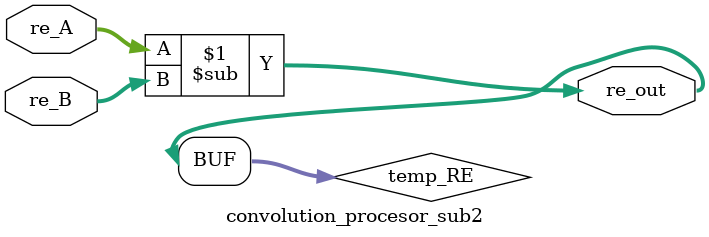
<source format=sv>
`timescale 1ns / 1ps
/*	
   ===================================================================
   Module Name  : subtractor
      
   Filename     : convolution_procesor_sub2.sv
   Type         : Verilog Module
   
   Description  : 
                  subtractor with independent buses.
                  Input A  :  "DATA_WIDTH_A" length word.
						Input B	:	"DATA_WIDTH_B" length word.
                  Output   :  "DATA_WIDTH_O" length word.
                  
                  Designer must take care of overflow. 
                  We recommend to instantiate a "DATA WIDTH" length adder for "DATA WIDTH-1" length inputs.
                  
   -----------------------------------------------------------------------------
   Clocks      : -
   Reset       : -
   Parameters  :   
         NAME                         Comments                                            Default
         -------------------------------------------------------------------------------------------
         DATA_WIDTH              Number of data bits for inputs and outputs               22 
         -------------------------------------------------------------------------------------------
   Version     : 1.0
   Data        : 14 Nov 2018
   Revision    : -
   Reviser     : -		
   ------------------------------------------------------------------------------
      Modification Log "please register all the modifications in this area"
      (D/M/Y)  
      Data        : 03 May 2024
   ----------------------
   // Instance template
   ----------------------
   convolution_procesor_sub2
   #(
      .DATA_WIDTH_A    ()
		.DATA_WIDTH_B    ()
		.DATA_WIDTH_O    ()
   )
   "MODULE_NAME"
   (
       .re_A      (),
       .re_B      (),
       .re_out    ()
   );
*/


module convolution_procesor_sub2
#(
   parameter DATA_WIDTH_A = 22,
   parameter DATA_WIDTH_B = 22,
   parameter DATA_WIDTH_O = 22
)(
    input  [DATA_WIDTH_A-1 : 0] re_A,
	 input  [DATA_WIDTH_B-1 : 0] re_B,
    output [DATA_WIDTH_O-1 : 0] re_out
);
	
	wire signed [DATA_WIDTH_O-1: 0] temp_RE;

	assign temp_RE = re_A - re_B;
	
	assign re_out = temp_RE;
	
endmodule

</source>
